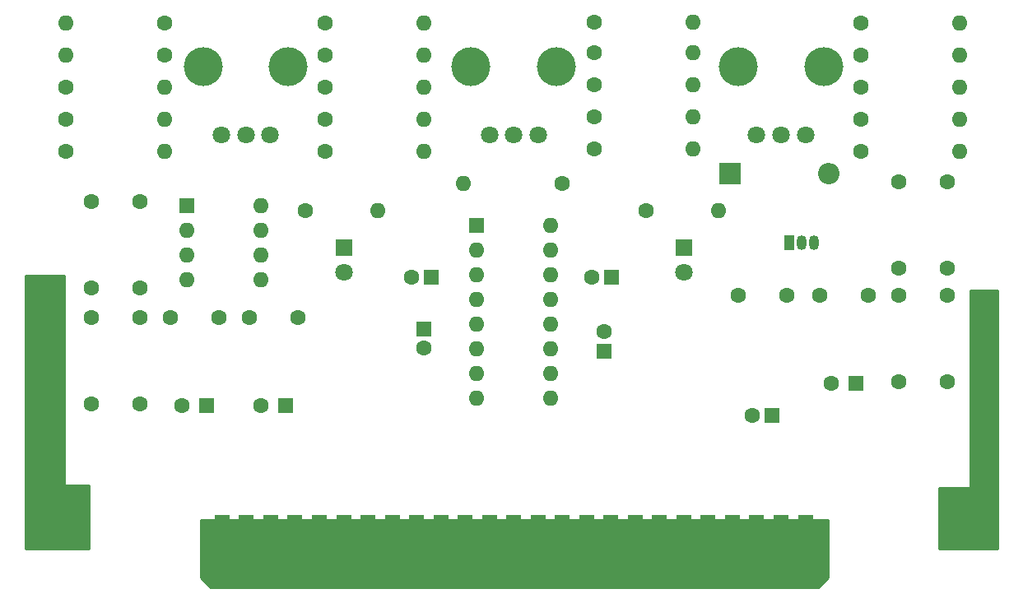
<source format=gbr>
G04 #@! TF.GenerationSoftware,KiCad,Pcbnew,(5.1.7)-1*
G04 #@! TF.CreationDate,2021-05-28T22:52:36-05:00*
G04 #@! TF.ProjectId,ConsolePedalDelay,436f6e73-6f6c-4655-9065-64616c44656c,rev?*
G04 #@! TF.SameCoordinates,Original*
G04 #@! TF.FileFunction,Soldermask,Bot*
G04 #@! TF.FilePolarity,Negative*
%FSLAX46Y46*%
G04 Gerber Fmt 4.6, Leading zero omitted, Abs format (unit mm)*
G04 Created by KiCad (PCBNEW (5.1.7)-1) date 2021-05-28 22:52:36*
%MOMM*%
%LPD*%
G01*
G04 APERTURE LIST*
%ADD10R,1.800000X1.800000*%
%ADD11C,1.800000*%
%ADD12R,1.500000X7.000000*%
%ADD13C,5.000000*%
%ADD14C,1.600000*%
%ADD15O,1.600000X1.600000*%
%ADD16R,2.200000X2.200000*%
%ADD17O,2.200000X2.200000*%
%ADD18C,4.000000*%
%ADD19O,1.050000X1.500000*%
%ADD20R,1.050000X1.500000*%
%ADD21R,1.600000X1.600000*%
%ADD22C,0.254000*%
%ADD23C,0.100000*%
G04 APERTURE END LIST*
D10*
G04 #@! TO.C,D3*
X115250000Y-95000000D03*
D11*
X115250000Y-97540000D03*
G04 #@! TD*
G04 #@! TO.C,D2*
X150250000Y-97540000D03*
D10*
X150250000Y-95000000D03*
G04 #@! TD*
D12*
G04 #@! TO.C,J1*
X102715000Y-126000000D03*
X105215000Y-126000000D03*
X107715000Y-126000000D03*
X110215000Y-126000000D03*
X112715000Y-126000000D03*
X115215000Y-126000000D03*
X117715000Y-126000000D03*
X120215000Y-126000000D03*
X122715000Y-126000000D03*
X125215000Y-126000000D03*
X127715000Y-126000000D03*
X130215000Y-126000000D03*
X132715000Y-126000000D03*
X135215000Y-126000000D03*
X137715000Y-126000000D03*
X140215000Y-126000000D03*
X142715000Y-126000000D03*
X145215000Y-126000000D03*
X147715000Y-126000000D03*
X150215000Y-126000000D03*
X152715000Y-126000000D03*
X155215000Y-126000000D03*
X157715000Y-126000000D03*
X160215000Y-126000000D03*
X162715000Y-126000000D03*
G04 #@! TD*
D13*
G04 #@! TO.C,H1*
X85350000Y-122600000D03*
G04 #@! TD*
G04 #@! TO.C,H2*
X180150000Y-122600000D03*
G04 #@! TD*
D14*
G04 #@! TO.C,R21*
X137668000Y-88392000D03*
D15*
X127508000Y-88392000D03*
G04 #@! TD*
D14*
G04 #@! TO.C,C1*
X94234000Y-90278000D03*
X89234000Y-90278000D03*
G04 #@! TD*
G04 #@! TO.C,C2*
X146304000Y-91186000D03*
D15*
X153804000Y-91186000D03*
G04 #@! TD*
G04 #@! TO.C,C3*
X118752000Y-91186000D03*
D14*
X111252000Y-91186000D03*
G04 #@! TD*
G04 #@! TO.C,C6*
X172292000Y-99930000D03*
X177292000Y-99930000D03*
G04 #@! TD*
G04 #@! TO.C,C7*
X102362000Y-102216000D03*
X97362000Y-102216000D03*
G04 #@! TD*
G04 #@! TO.C,C8*
X94234000Y-111144000D03*
X89234000Y-111144000D03*
G04 #@! TD*
G04 #@! TO.C,C9*
X89234000Y-102216000D03*
X94234000Y-102216000D03*
G04 #@! TD*
G04 #@! TO.C,C10*
X169164000Y-99930000D03*
X164164000Y-99930000D03*
G04 #@! TD*
G04 #@! TO.C,C11*
X172292000Y-88246000D03*
X177292000Y-88246000D03*
G04 #@! TD*
G04 #@! TO.C,C12*
X155782000Y-99930000D03*
X160782000Y-99930000D03*
G04 #@! TD*
G04 #@! TO.C,C15*
X177292000Y-97174000D03*
X172292000Y-97174000D03*
G04 #@! TD*
G04 #@! TO.C,C16*
X177292000Y-108858000D03*
X172292000Y-108858000D03*
G04 #@! TD*
G04 #@! TO.C,C18*
X89234000Y-99206000D03*
X94234000Y-99206000D03*
G04 #@! TD*
G04 #@! TO.C,C19*
X105490000Y-102216000D03*
X110490000Y-102216000D03*
G04 #@! TD*
D16*
G04 #@! TO.C,D1*
X154940000Y-87376000D03*
D17*
X165100000Y-87376000D03*
G04 #@! TD*
D14*
G04 #@! TO.C,R1*
X86614000Y-85090000D03*
D15*
X96774000Y-85090000D03*
G04 #@! TD*
G04 #@! TO.C,R2*
X151130000Y-71800000D03*
D14*
X140970000Y-71800000D03*
G04 #@! TD*
G04 #@! TO.C,R3*
X140970000Y-81534000D03*
D15*
X151130000Y-81534000D03*
G04 #@! TD*
D14*
G04 #@! TO.C,R4*
X168402000Y-75184000D03*
D15*
X178562000Y-75184000D03*
G04 #@! TD*
D14*
G04 #@! TO.C,R5*
X86614000Y-78486000D03*
D15*
X96774000Y-78486000D03*
G04 #@! TD*
D14*
G04 #@! TO.C,R6*
X168402000Y-78486000D03*
D15*
X178562000Y-78486000D03*
G04 #@! TD*
D14*
G04 #@! TO.C,R7*
X168402000Y-71882000D03*
D15*
X178562000Y-71882000D03*
G04 #@! TD*
G04 #@! TO.C,R8*
X151130000Y-74930000D03*
D14*
X140970000Y-74930000D03*
G04 #@! TD*
D15*
G04 #@! TO.C,R9*
X86614000Y-75184000D03*
D14*
X96774000Y-75184000D03*
G04 #@! TD*
G04 #@! TO.C,R10*
X140970000Y-78232000D03*
D15*
X151130000Y-78232000D03*
G04 #@! TD*
D14*
G04 #@! TO.C,R11*
X113284000Y-81788000D03*
D15*
X123444000Y-81788000D03*
G04 #@! TD*
G04 #@! TO.C,R12*
X178562000Y-85090000D03*
D14*
X168402000Y-85090000D03*
G04 #@! TD*
D15*
G04 #@! TO.C,R13*
X123444000Y-78486000D03*
D14*
X113284000Y-78486000D03*
G04 #@! TD*
D15*
G04 #@! TO.C,R14*
X178562000Y-81788000D03*
D14*
X168402000Y-81788000D03*
G04 #@! TD*
D15*
G04 #@! TO.C,R15*
X96774000Y-81788000D03*
D14*
X86614000Y-81788000D03*
G04 #@! TD*
D15*
G04 #@! TO.C,R16*
X151130000Y-84836000D03*
D14*
X140970000Y-84836000D03*
G04 #@! TD*
G04 #@! TO.C,R17*
X113284000Y-75184000D03*
D15*
X123444000Y-75184000D03*
G04 #@! TD*
G04 #@! TO.C,R18*
X123444000Y-85090000D03*
D14*
X113284000Y-85090000D03*
G04 #@! TD*
D15*
G04 #@! TO.C,R19*
X123444000Y-71882000D03*
D14*
X113284000Y-71882000D03*
G04 #@! TD*
G04 #@! TO.C,R20*
X96774000Y-71882000D03*
D15*
X86614000Y-71882000D03*
G04 #@! TD*
D11*
G04 #@! TO.C,RV1*
X102639000Y-83439000D03*
X105139000Y-83439000D03*
X107639000Y-83439000D03*
D18*
X100739000Y-76439000D03*
X109539000Y-76439000D03*
G04 #@! TD*
G04 #@! TO.C,RV2*
X137115000Y-76439000D03*
X128315000Y-76439000D03*
D11*
X135215000Y-83439000D03*
X132715000Y-83439000D03*
X130215000Y-83439000D03*
G04 #@! TD*
G04 #@! TO.C,RV3*
X157715000Y-83439000D03*
X160215000Y-83439000D03*
X162715000Y-83439000D03*
D18*
X155815000Y-76439000D03*
X164615000Y-76439000D03*
G04 #@! TD*
D19*
G04 #@! TO.C,U3*
X162306000Y-94488000D03*
X163576000Y-94488000D03*
D20*
X161036000Y-94488000D03*
G04 #@! TD*
D21*
G04 #@! TO.C,U1*
X99060000Y-90678000D03*
D15*
X106680000Y-98298000D03*
X99060000Y-93218000D03*
X106680000Y-95758000D03*
X99060000Y-95758000D03*
X106680000Y-93218000D03*
X99060000Y-98298000D03*
X106680000Y-90678000D03*
G04 #@! TD*
D21*
G04 #@! TO.C,U2*
X128905000Y-92710000D03*
D15*
X136525000Y-110490000D03*
X128905000Y-95250000D03*
X136525000Y-107950000D03*
X128905000Y-97790000D03*
X136525000Y-105410000D03*
X128905000Y-100330000D03*
X136525000Y-102870000D03*
X128905000Y-102870000D03*
X136525000Y-100330000D03*
X128905000Y-105410000D03*
X136525000Y-97790000D03*
X128905000Y-107950000D03*
X136525000Y-95250000D03*
X128905000Y-110490000D03*
X136525000Y-92710000D03*
G04 #@! TD*
D21*
G04 #@! TO.C,C4*
X123444000Y-103378000D03*
D14*
X123444000Y-105378000D03*
G04 #@! TD*
G04 #@! TO.C,C5*
X122206000Y-98044000D03*
D21*
X124206000Y-98044000D03*
G04 #@! TD*
D14*
G04 #@! TO.C,C13*
X157258000Y-112268000D03*
D21*
X159258000Y-112268000D03*
G04 #@! TD*
G04 #@! TO.C,C14*
X142748000Y-98044000D03*
D14*
X140748000Y-98044000D03*
G04 #@! TD*
D21*
G04 #@! TO.C,C17*
X109220000Y-111252000D03*
D14*
X106720000Y-111252000D03*
G04 #@! TD*
D21*
G04 #@! TO.C,C20*
X141986000Y-105664000D03*
D14*
X141986000Y-103664000D03*
G04 #@! TD*
G04 #@! TO.C,C21*
X165394000Y-108966000D03*
D21*
X167894000Y-108966000D03*
G04 #@! TD*
G04 #@! TO.C,C22*
X101092000Y-111252000D03*
D14*
X98592000Y-111252000D03*
G04 #@! TD*
D22*
X165000000Y-129000000D02*
X164000000Y-130000000D01*
X101500000Y-130000000D01*
X100500000Y-129000000D01*
X100500000Y-123063000D01*
X165000000Y-123063000D01*
X165000000Y-129000000D01*
D23*
G36*
X165000000Y-129000000D02*
G01*
X164000000Y-130000000D01*
X101500000Y-130000000D01*
X100500000Y-129000000D01*
X100500000Y-123063000D01*
X165000000Y-123063000D01*
X165000000Y-129000000D01*
G37*
D22*
X86487000Y-119380000D02*
X86489440Y-119404776D01*
X86496667Y-119428601D01*
X86508403Y-119450557D01*
X86524197Y-119469803D01*
X86543443Y-119485597D01*
X86565399Y-119497333D01*
X86589224Y-119504560D01*
X86614000Y-119507000D01*
X89000000Y-119507000D01*
X89000000Y-126000000D01*
X82500000Y-126000000D01*
X82500000Y-97917000D01*
X86487000Y-97917000D01*
X86487000Y-119380000D01*
D23*
G36*
X86487000Y-119380000D02*
G01*
X86489440Y-119404776D01*
X86496667Y-119428601D01*
X86508403Y-119450557D01*
X86524197Y-119469803D01*
X86543443Y-119485597D01*
X86565399Y-119497333D01*
X86589224Y-119504560D01*
X86614000Y-119507000D01*
X89000000Y-119507000D01*
X89000000Y-126000000D01*
X82500000Y-126000000D01*
X82500000Y-97917000D01*
X86487000Y-97917000D01*
X86487000Y-119380000D01*
G37*
D22*
X182499000Y-126000000D02*
X176500000Y-126000000D01*
X176500000Y-119761000D01*
X179578000Y-119761000D01*
X179602776Y-119758560D01*
X179626601Y-119751333D01*
X179648557Y-119739597D01*
X179667803Y-119723803D01*
X179683597Y-119704557D01*
X179695333Y-119682601D01*
X179702560Y-119658776D01*
X179705000Y-119634000D01*
X179705000Y-99441000D01*
X182499000Y-99441000D01*
X182499000Y-126000000D01*
D23*
G36*
X182499000Y-126000000D02*
G01*
X176500000Y-126000000D01*
X176500000Y-119761000D01*
X179578000Y-119761000D01*
X179602776Y-119758560D01*
X179626601Y-119751333D01*
X179648557Y-119739597D01*
X179667803Y-119723803D01*
X179683597Y-119704557D01*
X179695333Y-119682601D01*
X179702560Y-119658776D01*
X179705000Y-119634000D01*
X179705000Y-99441000D01*
X182499000Y-99441000D01*
X182499000Y-126000000D01*
G37*
M02*

</source>
